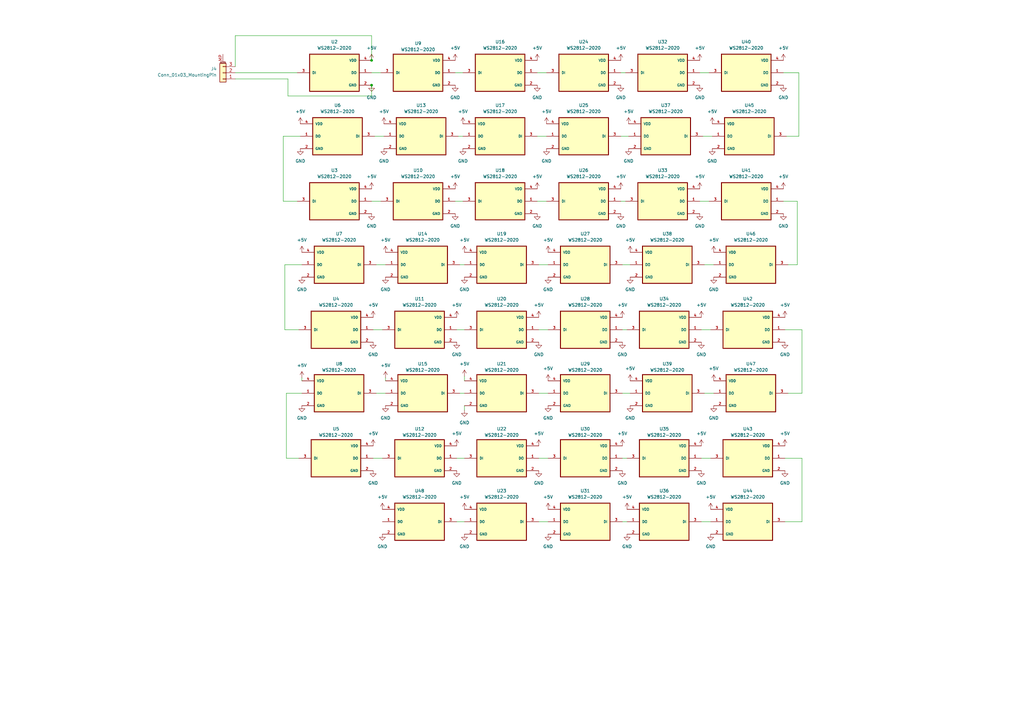
<source format=kicad_sch>
(kicad_sch (version 20230121) (generator eeschema)
  (paper "A3")
  (lib_symbols
    (symbol "Connector_Generic_MountingPin:Conn_01x03_MountingPin" (pin_names (offset 1.016) hide)
      (property "Reference" "J" (at 0 5.08 0))
      (property "Value" "Conn_01x03_MountingPin" (at 1.27 -5.08 0))
      (symbol "Conn_01x03_MountingPin_1_1"
        (rectangle (start -1.27 -2.413) (end 0 -2.667) (stroke (width 0.1524)))
        (rectangle (start -1.27 0.127) (end 0 -0.127) (stroke (width 0.1524)))
        (rectangle (start -1.27 2.667) (end 0 2.413) (stroke (width 0.1524)))
        (rectangle (start -1.27 3.81) (end 1.27 -3.81) (stroke (width 0.254)) (fill (type background)))
        (polyline (pts (xy -1.016 -4.572) (xy 1.016 -4.572)) (stroke (width 0.1524)))
        (text "Mounting" (at 0 -4.191 0) (effects (font (size 0.381 0.381))))
        (pin passive line (at -5.08 2.54 0) (length 3.81) (name "Pin_1") (number "1"))
        (pin passive line (at -5.08 0 0) (length 3.81) (name "Pin_2") (number "2"))
        (pin passive line (at -5.08 -2.54 0) (length 3.81) (name "Pin_3") (number "3"))
        (pin passive line (at 0 -7.62 90) (length 3.048) (name "MountPin") (number "MP"))
      )
    )
    (symbol "WS2812-2020:WS2812-2020" (pin_names (offset 1.016))
      (property "Reference" "U" (at -10.16 7.62 0))
      (property "Value" "WS2812-2020" (at -7.62 -10.16 0))
      (symbol "WS2812-2020_0_0"
        (rectangle (start -10.16 -7.62) (end 10.16 7.62) (stroke (width 0.4064)) (fill (type background)))
        (pin output line (at 15.24 0 180) (length 5.08) (name "DO") (number "1"))
        (pin power_in line (at 15.24 -5.08 180) (length 5.08) (name "GND") (number "2"))
        (pin input line (at -15.24 0 0) (length 5.08) (name "DI") (number "3"))
        (pin power_in line (at 15.24 5.08 180) (length 5.08) (name "VDD") (number "4"))
      )
    )
    (symbol "power:+5V" (power) (pin_names (offset 0))
      (property "Value" "+5V" (at 0 3.556 0))
      (symbol "+5V_0_1"
        (polyline (pts (xy -0.762 1.27) (xy 0 2.54)))
        (polyline (pts (xy 0 0) (xy 0 2.54)))
        (polyline (pts (xy 0 2.54) (xy 0.762 1.27)))
      )
      (symbol "+5V_1_1"
        (pin power_in line (at 0 0 90) (length 0) hide (name "+5V") (number "1"))
      )
    )
    (symbol "power:GND" (power) (pin_names (offset 0))
      (property "Value" "GND" (at 0 -3.81 0))
      (symbol "GND_0_1"
        (polyline (pts (xy 0 0) (xy 0 -1.27) (xy 1.27 -1.27) (xy 0 -2.54) (xy -1.27 -1.27) (xy 0 -1.27)))
      )
      (symbol "GND_1_1"
        (pin power_in line (at 0 0 270) (length 0) hide (name "GND") (number "1"))
      )
    )
  )
  (junction (at 152.4 24.765))
  (junction (at 152.4 34.925))
  (wire (pts (xy 287.655 187.96) (xy 291.465 187.96)))
  (wire (pts (xy 287.655 135.255) (xy 291.465 135.255)))
  (wire (pts (xy 187.325 187.96) (xy 190.5 187.96)))
  (wire (pts (xy 153.035 187.96) (xy 156.845 187.96)))
  (wire (pts (xy 117.475 187.96) (xy 122.555 187.96)))
  (wire (pts (xy 152.4 14.605) (xy 152.4 24.765)))
  (wire (pts (xy 220.345 82.55) (xy 224.155 82.55)))
  (wire (pts (xy 153.035 135.255) (xy 156.845 135.255)))
  (wire (pts (xy 158.115 161.29) (xy 154.305 161.29)))
  (wire (pts (xy 258.445 161.29) (xy 255.27 161.29)))
  (wire (pts (xy 224.79 161.29) (xy 220.98 161.29)))
  (wire (pts (xy 116.84 108.585) (xy 116.84 135.255)))
  (wire (pts (xy 190.5 154.305) (xy 190.5 156.21)))
  (wire (pts (xy 118.11 32.385) (xy 118.11 39.37)))
  (wire (pts (xy 116.84 135.255) (xy 122.555 135.255)))
  (wire (pts (xy 190.5 108.585) (xy 188.595 108.585)))
  (wire (pts (xy 123.19 55.88) (xy 116.205 55.88)))
  (wire (pts (xy 254.635 82.55) (xy 256.54 82.55)))
  (wire (pts (xy 254.635 29.845) (xy 256.54 29.845)))
  (wire (pts (xy 322.58 55.88) (xy 327.66 55.88)))
  (wire (pts (xy 116.205 55.88) (xy 116.205 82.55)))
  (wire (pts (xy 123.825 154.94) (xy 123.825 156.21)))
  (wire (pts (xy 258.445 108.585) (xy 255.27 108.585)))
  (wire (pts (xy 292.1 55.88) (xy 288.29 55.88)))
  (wire (pts (xy 291.465 213.995) (xy 287.655 213.995)))
  (wire (pts (xy 257.175 213.995) (xy 255.27 213.995)))
  (wire (pts (xy 152.4 14.605) (xy 96.52 14.605)))
  (wire (pts (xy 321.945 135.255) (xy 328.93 135.255)))
  (wire (pts (xy 328.93 135.255) (xy 328.93 161.29)))
  (wire (pts (xy 327.025 108.585) (xy 323.215 108.585)))
  (wire (pts (xy 158.115 108.585) (xy 154.305 108.585)))
  (wire (pts (xy 327.66 29.845) (xy 327.66 55.88)))
  (wire (pts (xy 186.69 82.55) (xy 189.865 82.55)))
  (wire (pts (xy 186.69 29.845) (xy 189.865 29.845)))
  (wire (pts (xy 255.27 135.255) (xy 257.175 135.255)))
  (wire (pts (xy 220.98 187.96) (xy 224.79 187.96)))
  (wire (pts (xy 328.93 187.96) (xy 321.945 187.96)))
  (wire (pts (xy 224.155 55.88) (xy 220.345 55.88)))
  (wire (pts (xy 328.93 187.96) (xy 328.93 213.995)))
  (wire (pts (xy 292.735 161.29) (xy 288.925 161.29)))
  (wire (pts (xy 220.98 135.255) (xy 224.79 135.255)))
  (wire (pts (xy 123.825 161.29) (xy 117.475 161.29)))
  (wire (pts (xy 117.475 161.29) (xy 117.475 187.96)))
  (wire (pts (xy 257.81 55.88) (xy 254.635 55.88)))
  (wire (pts (xy 292.735 108.585) (xy 288.925 108.585)))
  (wire (pts (xy 327.025 82.55) (xy 327.025 108.585)))
  (wire (pts (xy 321.31 29.845) (xy 327.66 29.845)))
  (wire (pts (xy 152.4 29.845) (xy 156.21 29.845)))
  (wire (pts (xy 328.93 213.995) (xy 321.945 213.995)))
  (wire (pts (xy 187.325 213.995) (xy 190.5 213.995)))
  (wire (pts (xy 118.11 39.37) (xy 152.4 39.37)))
  (wire (pts (xy 158.115 154.94) (xy 158.115 156.21)))
  (wire (pts (xy 123.825 108.585) (xy 116.84 108.585)))
  (wire (pts (xy 220.345 29.845) (xy 224.155 29.845)))
  (wire (pts (xy 224.79 108.585) (xy 220.98 108.585)))
  (wire (pts (xy 323.215 161.29) (xy 328.93 161.29)))
  (wire (pts (xy 190.5 161.29) (xy 188.595 161.29)))
  (wire (pts (xy 152.4 82.55) (xy 156.21 82.55)))
  (wire (pts (xy 287.02 82.55) (xy 290.83 82.55)))
  (wire (pts (xy 287.02 29.845) (xy 290.83 29.845)))
  (wire (pts (xy 96.52 14.605) (xy 96.52 27.305)))
  (wire (pts (xy 224.79 213.995) (xy 220.98 213.995)))
  (wire (pts (xy 152.4 34.925) (xy 152.4 39.37)))
  (wire (pts (xy 190.5 168.275) (xy 190.5 166.37)))
  (wire (pts (xy 157.48 55.88) (xy 153.67 55.88)))
  (wire (pts (xy 255.27 187.96) (xy 257.175 187.96)))
  (wire (pts (xy 321.31 82.55) (xy 327.025 82.55)))
  (wire (pts (xy 116.205 82.55) (xy 121.92 82.55)))
  (wire (pts (xy 189.865 55.88) (xy 187.96 55.88)))
  (wire (pts (xy 187.325 135.255) (xy 190.5 135.255)))
  (wire (pts (xy 96.52 29.845) (xy 121.92 29.845)))
  (wire (pts (xy 96.52 32.385) (xy 118.11 32.385)))
  (symbol (lib_id "power:+5V") (at 292.735 156.21 0) (mirror y) (unit 1)
    (property "Reference" "#PWR090" (effects hide))
    (property "Value" "+5V" (at 292.735 151.13 0))
  )
  (symbol (lib_id "power:+5V") (at 123.825 154.94 0) (mirror y) (unit 1)
    (property "Reference" "#PWR012" (effects hide))
    (property "Value" "+5V" (at 123.825 149.86 0))
  )
  (symbol (lib_id "WS2812-2020:WS2812-2020") (at 240.03 187.96 0) (unit 1)
    (property "Reference" "U30" (at 240.03 175.895 0))
    (property "Value" "WS2812-2020" (at 240.03 178.435 0))
    (property "Footprint" "WS2812_2020:LED_WS2812-2020" (effects hide))
    (property "MP" "WS2812-2020" (effects hide))
    (property "LCSC" "C965555" (effects hide))
  )
  (symbol (lib_id "power:GND") (at 292.735 113.665 0) (mirror y) (unit 1)
    (property "Reference" "#PWR089" (effects hide))
    (property "Value" "GND" (at 292.735 118.745 0))
  )
  (symbol (lib_id "power:GND") (at 186.69 34.925 0) (unit 1)
    (property "Reference" "#PWR029" (effects hide))
    (property "Value" "GND" (at 186.69 40.005 0))
  )
  (symbol (lib_id "power:GND") (at 190.5 168.275 0) (mirror y) (unit 1)
    (property "Reference" "#PWR041" (effects hide))
    (property "Value" "GND" (at 190.5 173.355 0))
  )
  (symbol (lib_id "power:+5V") (at 254.635 77.47 0) (unit 1)
    (property "Reference" "#PWR062" (effects hide))
    (property "Value" "+5V" (at 254.635 72.39 0))
  )
  (symbol (lib_id "WS2812-2020:WS2812-2020") (at 171.45 29.845 0) (unit 1)
    (property "Reference" "U9" (at 171.45 17.78 0))
    (property "Value" "WS2812-2020" (at 171.45 20.32 0))
    (property "Footprint" "WS2812_2020:LED_WS2812-2020" (effects hide))
    (property "MP" "WS2812-2020" (effects hide))
    (property "LCSC" "C965555" (effects hide))
  )
  (symbol (lib_id "power:+5V") (at 190.5 208.915 0) (mirror y) (unit 1)
    (property "Reference" "#PWR042" (effects hide))
    (property "Value" "+5V" (at 190.5 203.835 0))
  )
  (symbol (lib_id "power:+5V") (at 257.175 208.915 0) (mirror y) (unit 1)
    (property "Reference" "#PWR068" (effects hide))
    (property "Value" "+5V" (at 257.175 203.835 0))
  )
  (symbol (lib_id "power:GND") (at 157.48 60.96 0) (mirror y) (unit 1)
    (property "Reference" "#PWR023" (effects hide))
    (property "Value" "GND" (at 157.48 66.04 0))
  )
  (symbol (lib_id "power:+5V") (at 152.4 77.47 0) (unit 1)
    (property "Reference" "#PWR016" (effects hide))
    (property "Value" "+5V" (at 152.4 72.39 0))
  )
  (symbol (lib_id "power:+5V") (at 224.79 208.915 0) (mirror y) (unit 1)
    (property "Reference" "#PWR058" (effects hide))
    (property "Value" "+5V" (at 224.79 203.835 0))
  )
  (symbol (lib_id "power:+5V") (at 157.48 50.8 0) (mirror y) (unit 1)
    (property "Reference" "#PWR022" (effects hide))
    (property "Value" "+5V" (at 157.48 45.72 0))
  )
  (symbol (lib_id "power:GND") (at 220.345 34.925 0) (unit 1)
    (property "Reference" "#PWR045" (effects hide))
    (property "Value" "GND" (at 220.345 40.005 0))
  )
  (symbol (lib_id "power:GND") (at 220.98 193.04 0) (unit 1)
    (property "Reference" "#PWR051" (effects hide))
    (property "Value" "GND" (at 220.98 198.12 0))
  )
  (symbol (lib_id "WS2812-2020:WS2812-2020") (at 137.795 187.96 0) (unit 1)
    (property "Reference" "U5" (at 137.795 175.895 0))
    (property "Value" "WS2812-2020" (at 137.795 178.435 0))
    (property "Footprint" "WS2812_2020:LED_WS2812-2020" (effects hide))
    (property "MP" "WS2812-2020" (effects hide))
    (property "LCSC" "C965555" (effects hide))
  )
  (symbol (lib_id "power:+5V") (at 292.735 103.505 0) (mirror y) (unit 1)
    (property "Reference" "#PWR088" (effects hide))
    (property "Value" "+5V" (at 292.735 98.425 0))
  )
  (symbol (lib_id "power:GND") (at 224.79 219.075 0) (mirror y) (unit 1)
    (property "Reference" "#PWR059" (effects hide))
    (property "Value" "GND" (at 224.79 224.155 0))
  )
  (symbol (lib_id "power:GND") (at 257.175 219.075 0) (mirror y) (unit 1)
    (property "Reference" "#PWR069" (effects hide))
    (property "Value" "GND" (at 257.175 224.155 0))
  )
  (symbol (lib_id "WS2812-2020:WS2812-2020") (at 205.74 213.995 0) (mirror y) (unit 1)
    (property "Reference" "U23" (at 205.74 201.295 0))
    (property "Value" "WS2812-2020" (at 205.74 203.835 0))
    (property "Footprint" "WS2812_2020:LED_WS2812-2020" (effects hide))
    (property "MP" "WS2812-2020" (effects hide))
    (property "LCSC" "C965555" (effects hide))
  )
  (symbol (lib_id "power:GND") (at 321.945 193.04 0) (unit 1)
    (property "Reference" "#PWR099" (effects hide))
    (property "Value" "GND" (at 321.945 198.12 0))
  )
  (symbol (lib_id "power:+5V") (at 321.945 182.88 0) (unit 1)
    (property "Reference" "#PWR098" (effects hide))
    (property "Value" "+5V" (at 321.945 177.8 0))
  )
  (symbol (lib_id "power:GND") (at 292.1 60.96 0) (mirror y) (unit 1)
    (property "Reference" "#PWR087" (effects hide))
    (property "Value" "GND" (at 292.1 66.04 0))
  )
  (symbol (lib_id "WS2812-2020:WS2812-2020") (at 272.415 213.995 0) (mirror y) (unit 1)
    (property "Reference" "U36" (at 272.415 201.295 0))
    (property "Value" "WS2812-2020" (at 272.415 203.835 0))
    (property "Footprint" "WS2812_2020:LED_WS2812-2020" (effects hide))
    (property "MP" "WS2812-2020" (effects hide))
    (property "LCSC" "C965555" (effects hide))
  )
  (symbol (lib_id "power:+5V") (at 257.81 50.8 0) (mirror y) (unit 1)
    (property "Reference" "#PWR070" (effects hide))
    (property "Value" "+5V" (at 257.81 45.72 0))
  )
  (symbol (lib_id "power:GND") (at 291.465 219.075 0) (mirror y) (unit 1)
    (property "Reference" "#PWR085" (effects hide))
    (property "Value" "GND" (at 291.465 224.155 0))
  )
  (symbol (lib_id "power:GND") (at 287.655 140.335 0) (unit 1)
    (property "Reference" "#PWR081" (effects hide))
    (property "Value" "GND" (at 287.655 145.415 0))
  )
  (symbol (lib_id "power:+5V") (at 189.865 50.8 0) (mirror y) (unit 1)
    (property "Reference" "#PWR036" (effects hide))
    (property "Value" "+5V" (at 189.865 45.72 0))
  )
  (symbol (lib_id "WS2812-2020:WS2812-2020") (at 171.45 82.55 0) (unit 1)
    (property "Reference" "U10" (at 171.45 69.85 0))
    (property "Value" "WS2812-2020" (at 171.45 72.39 0))
    (property "Footprint" "WS2812_2020:LED_WS2812-2020" (effects hide))
    (property "MP" "WS2812-2020" (effects hide))
    (property "LCSC" "C965555" (effects hide))
  )
  (symbol (lib_id "power:+5V") (at 287.655 182.88 0) (unit 1)
    (property "Reference" "#PWR082" (effects hide))
    (property "Value" "+5V" (at 287.655 177.8 0))
  )
  (symbol (lib_id "WS2812-2020:WS2812-2020") (at 273.685 161.29 0) (mirror y) (unit 1)
    (property "Reference" "U39" (at 273.685 149.225 0))
    (property "Value" "WS2812-2020" (at 273.685 151.765 0))
    (property "Footprint" "WS2812_2020:LED_WS2812-2020" (effects hide))
    (property "MP" "WS2812-2020" (effects hide))
    (property "LCSC" "C965555" (effects hide))
  )
  (symbol (lib_id "power:GND") (at 321.945 140.335 0) (unit 1)
    (property "Reference" "#PWR097" (effects hide))
    (property "Value" "GND" (at 321.945 145.415 0))
  )
  (symbol (lib_id "WS2812-2020:WS2812-2020") (at 240.03 108.585 0) (mirror y) (unit 1)
    (property "Reference" "U27" (at 240.03 95.885 0))
    (property "Value" "WS2812-2020" (at 240.03 98.425 0))
    (property "Footprint" "WS2812_2020:LED_WS2812-2020" (effects hide))
    (property "MP" "WS2812-2020" (effects hide))
    (property "LCSC" "C965555" (effects hide))
  )
  (symbol (lib_id "power:GND") (at 292.735 166.37 0) (mirror y) (unit 1)
    (property "Reference" "#PWR091" (effects hide))
    (property "Value" "GND" (at 292.735 171.45 0))
  )
  (symbol (lib_id "WS2812-2020:WS2812-2020") (at 173.355 161.29 0) (mirror y) (unit 1)
    (property "Reference" "U15" (at 173.355 149.225 0))
    (property "Value" "WS2812-2020" (at 173.355 151.765 0))
    (property "Footprint" "WS2812_2020:LED_WS2812-2020" (effects hide))
    (property "MP" "WS2812-2020" (effects hide))
    (property "LCSC" "C965555" (effects hide))
  )
  (symbol (lib_id "power:+5V") (at 255.27 130.175 0) (unit 1)
    (property "Reference" "#PWR064" (effects hide))
    (property "Value" "+5V" (at 255.27 125.095 0))
  )
  (symbol (lib_id "WS2812-2020:WS2812-2020") (at 172.085 213.995 0) (mirror y) (unit 1)
    (property "Reference" "U48" (at 172.085 201.295 0))
    (property "Value" "WS2812-2020" (at 172.085 203.835 0))
    (property "Footprint" "WS2812_2020:LED_WS2812-2020" (effects hide))
    (property "MP" "WS2812-2020" (effects hide))
    (property "LCSC" "C965555" (effects hide))
  )
  (symbol (lib_id "WS2812-2020:WS2812-2020") (at 239.395 82.55 0) (unit 1)
    (property "Reference" "U26" (at 239.395 69.85 0))
    (property "Value" "WS2812-2020" (at 239.395 72.39 0))
    (property "Footprint" "WS2812_2020:LED_WS2812-2020" (effects hide))
    (property "MP" "WS2812-2020" (effects hide))
    (property "LCSC" "C965555" (effects hide))
  )
  (symbol (lib_id "power:+5V") (at 156.845 208.915 0) (mirror y) (unit 1)
    (property "Reference" "#PWR0100" (effects hide))
    (property "Value" "+5V" (at 156.845 203.835 0))
  )
  (symbol (lib_id "power:GND") (at 287.02 87.63 0) (unit 1)
    (property "Reference" "#PWR079" (effects hide))
    (property "Value" "GND" (at 287.02 92.71 0))
  )
  (symbol (lib_id "WS2812-2020:WS2812-2020") (at 137.795 135.255 0) (unit 1)
    (property "Reference" "U4" (at 137.795 122.555 0))
    (property "Value" "WS2812-2020" (at 137.795 125.095 0))
    (property "Footprint" "WS2812_2020:LED_WS2812-2020" (effects hide))
    (property "MP" "WS2812-2020" (effects hide))
    (property "LCSC" "C965555" (effects hide))
  )
  (symbol (lib_id "power:GND") (at 220.98 140.335 0) (unit 1)
    (property "Reference" "#PWR049" (effects hide))
    (property "Value" "GND" (at 220.98 145.415 0))
  )
  (symbol (lib_id "power:+5V") (at 190.5 103.505 0) (mirror y) (unit 1)
    (property "Reference" "#PWR038" (effects hide))
    (property "Value" "+5V" (at 190.5 98.425 0))
  )
  (symbol (lib_id "power:GND") (at 187.325 193.04 0) (unit 1)
    (property "Reference" "#PWR035" (effects hide))
    (property "Value" "GND" (at 187.325 198.12 0))
  )
  (symbol (lib_id "WS2812-2020:WS2812-2020") (at 272.415 135.255 0) (unit 1)
    (property "Reference" "U34" (at 272.415 122.555 0))
    (property "Value" "WS2812-2020" (at 272.415 125.095 0))
    (property "Footprint" "WS2812_2020:LED_WS2812-2020" (effects hide))
    (property "MP" "WS2812-2020" (effects hide))
    (property "LCSC" "C965555" (effects hide))
  )
  (symbol (lib_id "Connector_Generic_MountingPin:Conn_01x03_MountingPin") (at 91.44 29.845 180) (unit 1)
    (property "Reference" "J4" (at 88.9 28.2194 0) (effects (justify left)))
    (property "Value" "Conn_01x03_MountingPin" (at 88.9 30.7594 0) (effects (justify left)))
    (property "Footprint" "Connector_JST:JST_EH_B3B-EH-A_1x03_P2.50mm_Vertical" (effects hide))
  )
  (symbol (lib_id "power:+5V") (at 258.445 103.505 0) (mirror y) (unit 1)
    (property "Reference" "#PWR072" (effects hide))
    (property "Value" "+5V" (at 258.445 98.425 0))
  )
  (symbol (lib_id "WS2812-2020:WS2812-2020") (at 205.74 108.585 0) (mirror y) (unit 1)
    (property "Reference" "U19" (at 205.74 95.885 0))
    (property "Value" "WS2812-2020" (at 205.74 98.425 0))
    (property "Footprint" "WS2812_2020:LED_WS2812-2020" (effects hide))
    (property "MP" "WS2812-2020" (effects hide))
    (property "LCSC" "C965555" (effects hide))
  )
  (symbol (lib_id "power:GND") (at 123.825 113.665 0) (mirror y) (unit 1)
    (property "Reference" "#PWR011" (effects hide))
    (property "Value" "GND" (at 123.825 118.745 0))
  )
  (symbol (lib_id "power:+5V") (at 220.98 130.175 0) (unit 1)
    (property "Reference" "#PWR048" (effects hide))
    (property "Value" "+5V" (at 220.98 125.095 0))
  )
  (symbol (lib_id "WS2812-2020:WS2812-2020") (at 306.07 29.845 0) (unit 1)
    (property "Reference" "U40" (at 306.07 17.145 0))
    (property "Value" "WS2812-2020" (at 306.07 19.685 0))
    (property "Footprint" "WS2812_2020:LED_WS2812-2020" (effects hide))
    (property "MP" "WS2812-2020" (effects hide))
    (property "LCSC" "C965555" (effects hide))
  )
  (symbol (lib_id "WS2812-2020:WS2812-2020") (at 307.975 161.29 0) (mirror y) (unit 1)
    (property "Reference" "U47" (at 307.975 149.225 0))
    (property "Value" "WS2812-2020" (at 307.975 151.765 0))
    (property "Footprint" "WS2812_2020:LED_WS2812-2020" (effects hide))
    (property "MP" "WS2812-2020" (effects hide))
    (property "LCSC" "C965555" (effects hide))
  )
  (symbol (lib_id "power:+5V") (at 224.79 103.505 0) (mirror y) (unit 1)
    (property "Reference" "#PWR054" (effects hide))
    (property "Value" "+5V" (at 224.79 98.425 0))
  )
  (symbol (lib_id "WS2812-2020:WS2812-2020") (at 240.03 161.29 0) (mirror y) (unit 1)
    (property "Reference" "U29" (at 240.03 149.225 0))
    (property "Value" "WS2812-2020" (at 240.03 151.765 0))
    (property "Footprint" "WS2812_2020:LED_WS2812-2020" (effects hide))
    (property "MP" "WS2812-2020" (effects hide))
    (property "LCSC" "C965555" (effects hide))
  )
  (symbol (lib_id "power:+5V") (at 187.325 182.88 0) (unit 1)
    (property "Reference" "#PWR034" (effects hide))
    (property "Value" "+5V" (at 187.325 177.8 0))
  )
  (symbol (lib_id "power:+5V") (at 152.4 24.765 0) (unit 1)
    (property "Reference" "#PWR014" (effects hide))
    (property "Value" "+5V" (at 152.4 19.685 0))
  )
  (symbol (lib_id "power:+5V") (at 153.035 182.88 0) (unit 1)
    (property "Reference" "#PWR020" (effects hide))
    (property "Value" "+5V" (at 153.035 177.8 0))
  )
  (symbol (lib_id "WS2812-2020:WS2812-2020") (at 273.05 55.88 0) (mirror y) (unit 1)
    (property "Reference" "U37" (at 273.05 43.18 0))
    (property "Value" "WS2812-2020" (at 273.05 45.72 0))
    (property "Footprint" "WS2812_2020:LED_WS2812-2020" (effects hide))
    (property "MP" "WS2812-2020" (effects hide))
    (property "LCSC" "C965555" (effects hide))
  )
  (symbol (lib_id "power:GND") (at 258.445 166.37 0) (mirror y) (unit 1)
    (property "Reference" "#PWR075" (effects hide))
    (property "Value" "GND" (at 258.445 171.45 0))
  )
  (symbol (lib_id "power:GND") (at 156.845 219.075 0) (mirror y) (unit 1)
    (property "Reference" "#PWR0101" (effects hide))
    (property "Value" "GND" (at 156.845 224.155 0))
  )
  (symbol (lib_id "power:+5V") (at 321.945 130.175 0) (unit 1)
    (property "Reference" "#PWR096" (effects hide))
    (property "Value" "+5V" (at 321.945 125.095 0))
  )
  (symbol (lib_id "power:+5V") (at 158.115 103.505 0) (mirror y) (unit 1)
    (property "Reference" "#PWR024" (effects hide))
    (property "Value" "+5V" (at 158.115 98.425 0))
  )
  (symbol (lib_id "power:+5V") (at 287.02 24.765 0) (unit 1)
    (property "Reference" "#PWR076" (effects hide))
    (property "Value" "+5V" (at 287.02 19.685 0))
  )
  (symbol (lib_id "WS2812-2020:WS2812-2020") (at 307.34 55.88 0) (mirror y) (unit 1)
    (property "Reference" "U45" (at 307.34 43.18 0))
    (property "Value" "WS2812-2020" (at 307.34 45.72 0))
    (property "Footprint" "WS2812_2020:LED_WS2812-2020" (effects hide))
    (property "MP" "WS2812-2020" (effects hide))
    (property "LCSC" "C965555" (effects hide))
  )
  (symbol (lib_id "WS2812-2020:WS2812-2020") (at 205.105 55.88 0) (mirror y) (unit 1)
    (property "Reference" "U17" (at 205.105 43.18 0))
    (property "Value" "WS2812-2020" (at 205.105 45.72 0))
    (property "Footprint" "WS2812_2020:LED_WS2812-2020" (effects hide))
    (property "MP" "WS2812-2020" (effects hide))
    (property "LCSC" "C965555" (effects hide))
  )
  (symbol (lib_id "power:GND") (at 254.635 34.925 0) (unit 1)
    (property "Reference" "#PWR061" (effects hide))
    (property "Value" "GND" (at 254.635 40.005 0))
  )
  (symbol (lib_id "power:GND") (at 224.155 60.96 0) (mirror y) (unit 1)
    (property "Reference" "#PWR053" (effects hide))
    (property "Value" "GND" (at 224.155 66.04 0))
  )
  (symbol (lib_id "power:+5V") (at 153.035 130.175 0) (unit 1)
    (property "Reference" "#PWR018" (effects hide))
    (property "Value" "+5V" (at 153.035 125.095 0))
  )
  (symbol (lib_id "power:+5V") (at 321.31 77.47 0) (unit 1)
    (property "Reference" "#PWR094" (effects hide))
    (property "Value" "+5V" (at 321.31 72.39 0))
  )
  (symbol (lib_id "WS2812-2020:WS2812-2020") (at 240.03 135.255 0) (unit 1)
    (property "Reference" "U28" (at 240.03 122.555 0))
    (property "Value" "WS2812-2020" (at 240.03 125.095 0))
    (property "Footprint" "WS2812_2020:LED_WS2812-2020" (effects hide))
    (property "MP" "WS2812-2020" (effects hide))
    (property "LCSC" "C965555" (effects hide))
  )
  (symbol (lib_id "WS2812-2020:WS2812-2020") (at 239.395 55.88 0) (mirror y) (unit 1)
    (property "Reference" "U25" (at 239.395 43.18 0))
    (property "Value" "WS2812-2020" (at 239.395 45.72 0))
    (property "Footprint" "WS2812_2020:LED_WS2812-2020" (effects hide))
    (property "MP" "WS2812-2020" (effects hide))
    (property "LCSC" "C965555" (effects hide))
  )
  (symbol (lib_id "power:+5V") (at 291.465 208.915 0) (mirror y) (unit 1)
    (property "Reference" "#PWR084" (effects hide))
    (property "Value" "+5V" (at 291.465 203.835 0))
  )
  (symbol (lib_id "power:+5V") (at 158.115 154.94 0) (mirror y) (unit 1)
    (property "Reference" "#PWR026" (effects hide))
    (property "Value" "+5V" (at 158.115 149.86 0))
  )
  (symbol (lib_id "power:GND") (at 257.81 60.96 0) (mirror y) (unit 1)
    (property "Reference" "#PWR071" (effects hide))
    (property "Value" "GND" (at 257.81 66.04 0))
  )
  (symbol (lib_id "power:+5V") (at 220.98 182.88 0) (unit 1)
    (property "Reference" "#PWR050" (effects hide))
    (property "Value" "+5V" (at 220.98 177.8 0))
  )
  (symbol (lib_id "power:GND") (at 187.325 140.335 0) (unit 1)
    (property "Reference" "#PWR033" (effects hide))
    (property "Value" "GND" (at 187.325 145.415 0))
  )
  (symbol (lib_id "power:+5V") (at 186.69 24.765 0) (unit 1)
    (property "Reference" "#PWR028" (effects hide))
    (property "Value" "+5V" (at 186.69 19.685 0))
  )
  (symbol (lib_id "power:+5V") (at 258.445 156.21 0) (mirror y) (unit 1)
    (property "Reference" "#PWR074" (effects hide))
    (property "Value" "+5V" (at 258.445 151.13 0))
  )
  (symbol (lib_id "power:GND") (at 190.5 219.075 0) (mirror y) (unit 1)
    (property "Reference" "#PWR043" (effects hide))
    (property "Value" "GND" (at 190.5 224.155 0))
  )
  (symbol (lib_id "power:+5V") (at 123.19 50.8 0) (mirror y) (unit 1)
    (property "Reference" "#PWR08" (effects hide))
    (property "Value" "+5V" (at 123.19 45.72 0))
  )
  (symbol (lib_id "WS2812-2020:WS2812-2020") (at 139.065 108.585 0) (mirror y) (unit 1)
    (property "Reference" "U7" (at 139.065 95.885 0))
    (property "Value" "WS2812-2020" (at 139.065 98.425 0))
    (property "Footprint" "WS2812_2020:LED_WS2812-2020" (effects hide))
    (property "MP" "WS2812-2020" (effects hide))
    (property "LCSC" "C965555" (effects hide))
  )
  (symbol (lib_id "power:GND") (at 189.865 60.96 0) (mirror y) (unit 1)
    (property "Reference" "#PWR037" (effects hide))
    (property "Value" "GND" (at 189.865 66.04 0))
  )
  (symbol (lib_id "power:+5V") (at 321.31 24.765 0) (unit 1)
    (property "Reference" "#PWR092" (effects hide))
    (property "Value" "+5V" (at 321.31 19.685 0))
  )
  (symbol (lib_id "WS2812-2020:WS2812-2020") (at 205.74 135.255 0) (unit 1)
    (property "Reference" "U20" (at 205.74 122.555 0))
    (property "Value" "WS2812-2020" (at 205.74 125.095 0))
    (property "Footprint" "WS2812_2020:LED_WS2812-2020" (effects hide))
    (property "MP" "WS2812-2020" (effects hide))
    (property "LCSC" "C965555" (effects hide))
  )
  (symbol (lib_id "power:+5V") (at 224.155 50.8 0) (mirror y) (unit 1)
    (property "Reference" "#PWR052" (effects hide))
    (property "Value" "+5V" (at 224.155 45.72 0))
  )
  (symbol (lib_id "power:GND") (at 220.345 87.63 0) (unit 1)
    (property "Reference" "#PWR047" (effects hide))
    (property "Value" "GND" (at 220.345 92.71 0))
  )
  (symbol (lib_id "WS2812-2020:WS2812-2020") (at 271.78 82.55 0) (unit 1)
    (property "Reference" "U33" (at 271.78 69.85 0))
    (property "Value" "WS2812-2020" (at 271.78 72.39 0))
    (property "Footprint" "WS2812_2020:LED_WS2812-2020" (effects hide))
    (property "MP" "WS2812-2020" (effects hide))
    (property "LCSC" "C965555" (effects hide))
  )
  (symbol (lib_id "power:GND") (at 153.035 140.335 0) (unit 1)
    (property "Reference" "#PWR019" (effects hide))
    (property "Value" "GND" (at 153.035 145.415 0))
  )
  (symbol (lib_id "WS2812-2020:WS2812-2020") (at 205.105 29.845 0) (unit 1)
    (property "Reference" "U16" (at 205.105 17.145 0))
    (property "Value" "WS2812-2020" (at 205.105 19.685 0))
    (property "Footprint" "WS2812_2020:LED_WS2812-2020" (effects hide))
    (property "MP" "WS2812-2020" (effects hide))
    (property "LCSC" "C965555" (effects hide))
  )
  (symbol (lib_id "power:GND") (at 255.27 140.335 0) (unit 1)
    (property "Reference" "#PWR065" (effects hide))
    (property "Value" "GND" (at 255.27 145.415 0))
  )
  (symbol (lib_id "power:GND") (at 255.27 193.04 0) (unit 1)
    (property "Reference" "#PWR067" (effects hide))
    (property "Value" "GND" (at 255.27 198.12 0))
  )
  (symbol (lib_id "power:GND") (at 258.445 113.665 0) (mirror y) (unit 1)
    (property "Reference" "#PWR073" (effects hide))
    (property "Value" "GND" (at 258.445 118.745 0))
  )
  (symbol (lib_id "WS2812-2020:WS2812-2020") (at 172.085 187.96 0) (unit 1)
    (property "Reference" "U12" (at 172.085 175.895 0))
    (property "Value" "WS2812-2020" (at 172.085 178.435 0))
    (property "Footprint" "WS2812_2020:LED_WS2812-2020" (effects hide))
    (property "MP" "WS2812-2020" (effects hide))
    (property "LCSC" "C965555" (effects hide))
  )
  (symbol (lib_id "power:+5V") (at 123.825 103.505 0) (mirror y) (unit 1)
    (property "Reference" "#PWR010" (effects hide))
    (property "Value" "+5V" (at 123.825 98.425 0))
  )
  (symbol (lib_id "power:GND") (at 152.4 34.925 0) (unit 1)
    (property "Reference" "#PWR015" (effects hide))
    (property "Value" "GND" (at 152.4 40.005 0))
  )
  (symbol (lib_id "WS2812-2020:WS2812-2020") (at 306.705 213.995 0) (mirror y) (unit 1)
    (property "Reference" "U44" (at 306.705 201.295 0))
    (property "Value" "WS2812-2020" (at 306.705 203.835 0))
    (property "Footprint" "WS2812_2020:LED_WS2812-2020" (effects hide))
    (property "MP" "WS2812-2020" (effects hide))
    (property "LCSC" "C965555" (effects hide))
  )
  (symbol (lib_id "power:+5V") (at 187.325 130.175 0) (unit 1)
    (property "Reference" "#PWR032" (effects hide))
    (property "Value" "+5V" (at 187.325 125.095 0))
  )
  (symbol (lib_id "WS2812-2020:WS2812-2020") (at 306.705 135.255 0) (unit 1)
    (property "Reference" "U42" (at 306.705 122.555 0))
    (property "Value" "WS2812-2020" (at 306.705 125.095 0))
    (property "Footprint" "WS2812_2020:LED_WS2812-2020" (effects hide))
    (property "MP" "WS2812-2020" (effects hide))
    (property "LCSC" "C965555" (effects hide))
  )
  (symbol (lib_id "power:+5V") (at 186.69 77.47 0) (unit 1)
    (property "Reference" "#PWR030" (effects hide))
    (property "Value" "+5V" (at 186.69 72.39 0))
  )
  (symbol (lib_id "WS2812-2020:WS2812-2020") (at 173.355 108.585 0) (mirror y) (unit 1)
    (property "Reference" "U14" (at 173.355 95.885 0))
    (property "Value" "WS2812-2020" (at 173.355 98.425 0))
    (property "Footprint" "WS2812_2020:LED_WS2812-2020" (effects hide))
    (property "MP" "WS2812-2020" (effects hide))
    (property "LCSC" "C965555" (effects hide))
  )
  (symbol (lib_id "WS2812-2020:WS2812-2020") (at 137.16 82.55 0) (unit 1)
    (property "Reference" "U3" (at 137.16 69.85 0))
    (property "Value" "WS2812-2020" (at 137.16 72.39 0))
    (property "Footprint" "WS2812_2020:LED_WS2812-2020" (effects hide))
    (property "MP" "WS2812-2020" (effects hide))
    (property "LCSC" "C965555" (effects hide))
  )
  (symbol (lib_id "WS2812-2020:WS2812-2020") (at 172.085 135.255 0) (unit 1)
    (property "Reference" "U11" (at 172.085 122.555 0))
    (property "Value" "WS2812-2020" (at 172.085 125.095 0))
    (property "Footprint" "WS2812_2020:LED_WS2812-2020" (effects hide))
    (property "MP" "WS2812-2020" (effects hide))
    (property "LCSC" "C965555" (effects hide))
  )
  (symbol (lib_id "power:+5V") (at 220.345 24.765 0) (unit 1)
    (property "Reference" "#PWR044" (effects hide))
    (property "Value" "+5V" (at 220.345 19.685 0))
  )
  (symbol (lib_id "WS2812-2020:WS2812-2020") (at 205.74 161.29 0) (mirror y) (unit 1)
    (property "Reference" "U21" (at 205.74 149.225 0))
    (property "Value" "WS2812-2020" (at 205.74 151.765 0))
    (property "Footprint" "WS2812_2020:LED_WS2812-2020" (effects hide))
    (property "MP" "WS2812-2020" (effects hide))
    (property "LCSC" "C965555" (effects hide))
  )
  (symbol (lib_id "WS2812-2020:WS2812-2020") (at 273.685 108.585 0) (mirror y) (unit 1)
    (property "Reference" "U38" (at 273.685 95.885 0))
    (property "Value" "WS2812-2020" (at 273.685 98.425 0))
    (property "Footprint" "WS2812_2020:LED_WS2812-2020" (effects hide))
    (property "MP" "WS2812-2020" (effects hide))
    (property "LCSC" "C965555" (effects hide))
  )
  (symbol (lib_id "power:GND") (at 158.115 113.665 0) (mirror y) (unit 1)
    (property "Reference" "#PWR025" (effects hide))
    (property "Value" "GND" (at 158.115 118.745 0))
  )
  (symbol (lib_id "WS2812-2020:WS2812-2020") (at 137.16 29.845 0) (unit 1)
    (property "Reference" "U2" (at 137.16 17.145 0))
    (property "Value" "WS2812-2020" (at 137.16 19.685 0))
    (property "Footprint" "WS2812_2020:LED_WS2812-2020" (effects hide))
    (property "MP" "WS2812-2020" (effects hide))
    (property "LCSC" "C965555" (effects hide))
  )
  (symbol (lib_id "power:GND") (at 224.79 113.665 0) (mirror y) (unit 1)
    (property "Reference" "#PWR055" (effects hide))
    (property "Value" "GND" (at 224.79 118.745 0))
  )
  (symbol (lib_id "power:GND") (at 153.035 193.04 0) (unit 1)
    (property "Reference" "#PWR021" (effects hide))
    (property "Value" "GND" (at 153.035 198.12 0))
  )
  (symbol (lib_id "power:GND") (at 287.02 34.925 0) (unit 1)
    (property "Reference" "#PWR077" (effects hide))
    (property "Value" "GND" (at 287.02 40.005 0))
  )
  (symbol (lib_id "WS2812-2020:WS2812-2020") (at 138.43 55.88 0) (mirror y) (unit 1)
    (property "Reference" "U6" (at 138.43 43.18 0))
    (property "Value" "WS2812-2020" (at 138.43 45.72 0))
    (property "Footprint" "WS2812_2020:LED_WS2812-2020" (effects hide))
    (property "MP" "WS2812-2020" (effects hide))
    (property "LCSC" "C965555" (effects hide))
  )
  (symbol (lib_id "power:+5V") (at 190.5 154.305 0) (mirror y) (unit 1)
    (property "Reference" "#PWR040" (effects hide))
    (property "Value" "+5V" (at 190.5 149.225 0))
  )
  (symbol (lib_id "power:+5V") (at 287.655 130.175 0) (unit 1)
    (property "Reference" "#PWR080" (effects hide))
    (property "Value" "+5V" (at 287.655 125.095 0))
  )
  (symbol (lib_id "power:+5V") (at 255.27 182.88 0) (unit 1)
    (property "Reference" "#PWR066" (effects hide))
    (property "Value" "+5V" (at 255.27 177.8 0))
  )
  (symbol (lib_id "WS2812-2020:WS2812-2020") (at 271.78 29.845 0) (unit 1)
    (property "Reference" "U32" (at 271.78 17.145 0))
    (property "Value" "WS2812-2020" (at 271.78 19.685 0))
    (property "Footprint" "WS2812_2020:LED_WS2812-2020" (effects hide))
    (property "MP" "WS2812-2020" (effects hide))
    (property "LCSC" "C965555" (effects hide))
  )
  (symbol (lib_id "power:GND") (at 224.79 166.37 0) (mirror y) (unit 1)
    (property "Reference" "#PWR057" (effects hide))
    (property "Value" "GND" (at 224.79 171.45 0))
  )
  (symbol (lib_id "power:GND") (at 321.31 34.925 0) (unit 1)
    (property "Reference" "#PWR093" (effects hide))
    (property "Value" "GND" (at 321.31 40.005 0))
  )
  (symbol (lib_id "power:GND") (at 123.19 60.96 0) (mirror y) (unit 1)
    (property "Reference" "#PWR09" (effects hide))
    (property "Value" "GND" (at 123.19 66.04 0))
  )
  (symbol (lib_id "WS2812-2020:WS2812-2020") (at 240.03 213.995 0) (mirror y) (unit 1)
    (property "Reference" "U31" (at 240.03 201.295 0))
    (property "Value" "WS2812-2020" (at 240.03 203.835 0))
    (property "Footprint" "WS2812_2020:LED_WS2812-2020" (effects hide))
    (property "MP" "WS2812-2020" (effects hide))
    (property "LCSC" "C965555" (effects hide))
  )
  (symbol (lib_id "power:GND") (at 186.69 87.63 0) (unit 1)
    (property "Reference" "#PWR031" (effects hide))
    (property "Value" "GND" (at 186.69 92.71 0))
  )
  (symbol (lib_id "power:+5V") (at 287.02 77.47 0) (unit 1)
    (property "Reference" "#PWR078" (effects hide))
    (property "Value" "+5V" (at 287.02 72.39 0))
  )
  (symbol (lib_id "power:GND") (at 190.5 113.665 0) (mirror y) (unit 1)
    (property "Reference" "#PWR039" (effects hide))
    (property "Value" "GND" (at 190.5 118.745 0))
  )
  (symbol (lib_id "power:GND") (at 321.31 87.63 0) (unit 1)
    (property "Reference" "#PWR095" (effects hide))
    (property "Value" "GND" (at 321.31 92.71 0))
  )
  (symbol (lib_id "WS2812-2020:WS2812-2020") (at 307.975 108.585 0) (mirror y) (unit 1)
    (property "Reference" "U46" (at 307.975 95.885 0))
    (property "Value" "WS2812-2020" (at 307.975 98.425 0))
    (property "Footprint" "WS2812_2020:LED_WS2812-2020" (effects hide))
    (property "MP" "WS2812-2020" (effects hide))
    (property "LCSC" "C965555" (effects hide))
  )
  (symbol (lib_id "power:GND") (at 254.635 87.63 0) (unit 1)
    (property "Reference" "#PWR063" (effects hide))
    (property "Value" "GND" (at 254.635 92.71 0))
  )
  (symbol (lib_id "WS2812-2020:WS2812-2020") (at 306.705 187.96 0) (unit 1)
    (property "Reference" "U43" (at 306.705 175.895 0))
    (property "Value" "WS2812-2020" (at 306.705 178.435 0))
    (property "Footprint" "WS2812_2020:LED_WS2812-2020" (effects hide))
    (property "MP" "WS2812-2020" (effects hide))
    (property "LCSC" "C965555" (effects hide))
  )
  (symbol (lib_id "WS2812-2020:WS2812-2020") (at 205.105 82.55 0) (unit 1)
    (property "Reference" "U18" (at 205.105 69.85 0))
    (property "Value" "WS2812-2020" (at 205.105 72.39 0))
    (property "Footprint" "WS2812_2020:LED_WS2812-2020" (effects hide))
    (property "MP" "WS2812-2020" (effects hide))
    (property "LCSC" "C965555" (effects hide))
  )
  (symbol (lib_id "WS2812-2020:WS2812-2020") (at 139.065 161.29 0) (mirror y) (unit 1)
    (property "Reference" "U8" (at 139.065 149.225 0))
    (property "Value" "WS2812-2020" (at 139.065 151.765 0))
    (property "Footprint" "WS2812_2020:LED_WS2812-2020" (effects hide))
    (property "MP" "WS2812-2020" (effects hide))
    (property "LCSC" "C965555" (effects hide))
  )
  (symbol (lib_id "power:GND") (at 158.115 166.37 0) (mirror y) (unit 1)
    (property "Reference" "#PWR027" (effects hide))
    (property "Value" "GND" (at 158.115 171.45 0))
  )
  (symbol (lib_id "power:+5V") (at 224.79 156.21 0) (mirror y) (unit 1)
    (property "Reference" "#PWR056" (effects hide))
    (property "Value" "+5V" (at 224.79 151.13 0))
  )
  (symbol (lib_id "power:+5V") (at 254.635 24.765 0) (unit 1)
    (property "Reference" "#PWR060" (effects hide))
    (property "Value" "+5V" (at 254.635 19.685 0))
  )
  (symbol (lib_id "power:+5V") (at 292.1 50.8 0) (mirror y) (unit 1)
    (property "Reference" "#PWR086" (effects hide))
    (property "Value" "+5V" (at 292.1 45.72 0))
  )
  (symbol (lib_id "power:+5V") (at 220.345 77.47 0) (unit 1)
    (property "Reference" "#PWR046" (effects hide))
    (property "Value" "+5V" (at 220.345 72.39 0))
  )
  (symbol (lib_id "WS2812-2020:WS2812-2020") (at 172.72 55.88 0) (mirror y) (unit 1)
    (property "Reference" "U13" (at 172.72 43.18 0))
    (property "Value" "WS2812-2020" (at 172.72 45.72 0))
    (property "Footprint" "WS2812_2020:LED_WS2812-2020" (effects hide))
    (property "MP" "WS2812-2020" (effects hide))
    (property "LCSC" "C965555" (effects hide))
  )
  (symbol (lib_id "WS2812-2020:WS2812-2020") (at 306.07 82.55 0) (unit 1)
    (property "Reference" "U41" (at 306.07 69.85 0))
    (property "Value" "WS2812-2020" (at 306.07 72.39 0))
    (property "Footprint" "WS2812_2020:LED_WS2812-2020" (effects hide))
    (property "MP" "WS2812-2020" (effects hide))
    (property "LCSC" "C965555" (effects hide))
  )
  (symbol (lib_id "WS2812-2020:WS2812-2020") (at 239.395 29.845 0) (unit 1)
    (property "Reference" "U24" (at 239.395 17.145 0))
    (property "Value" "WS2812-2020" (at 239.395 19.685 0))
    (property "Footprint" "WS2812_2020:LED_WS2812-2020" (effects hide))
    (property "MP" "WS2812-2020" (effects hide))
    (property "LCSC" "C965555" (effects hide))
  )
  (symbol (lib_id "power:GND") (at 123.825 166.37 0) (mirror y) (unit 1)
    (property "Reference" "#PWR013" (effects hide))
    (property "Value" "GND" (at 123.825 171.45 0))
  )
  (symbol (lib_id "WS2812-2020:WS2812-2020") (at 272.415 187.96 0) (unit 1)
    (property "Reference" "U35" (at 272.415 175.895 0))
    (property "Value" "WS2812-2020" (at 272.415 178.435 0))
    (property "Footprint" "WS2812_2020:LED_WS2812-2020" (effects hide))
    (property "MP" "WS2812-2020" (effects hide))
    (property "LCSC" "C965555" (effects hide))
  )
  (symbol (lib_id "power:GND") (at 287.655 193.04 0) (unit 1)
    (property "Reference" "#PWR083" (effects hide))
    (property "Value" "GND" (at 287.655 198.12 0))
  )
  (symbol (lib_id "WS2812-2020:WS2812-2020") (at 205.74 187.96 0) (unit 1)
    (property "Reference" "U22" (at 205.74 175.895 0))
    (property "Value" "WS2812-2020" (at 205.74 178.435 0))
    (property "Footprint" "WS2812_2020:LED_WS2812-2020" (effects hide))
    (property "MP" "WS2812-2020" (effects hide))
    (property "LCSC" "C965555" (effects hide))
  )
  (symbol (lib_id "power:GND") (at 152.4 87.63 0) (unit 1)
    (property "Reference" "#PWR017" (effects hide))
    (property "Value" "GND" (at 152.4 92.71 0))
  )
)
</source>
